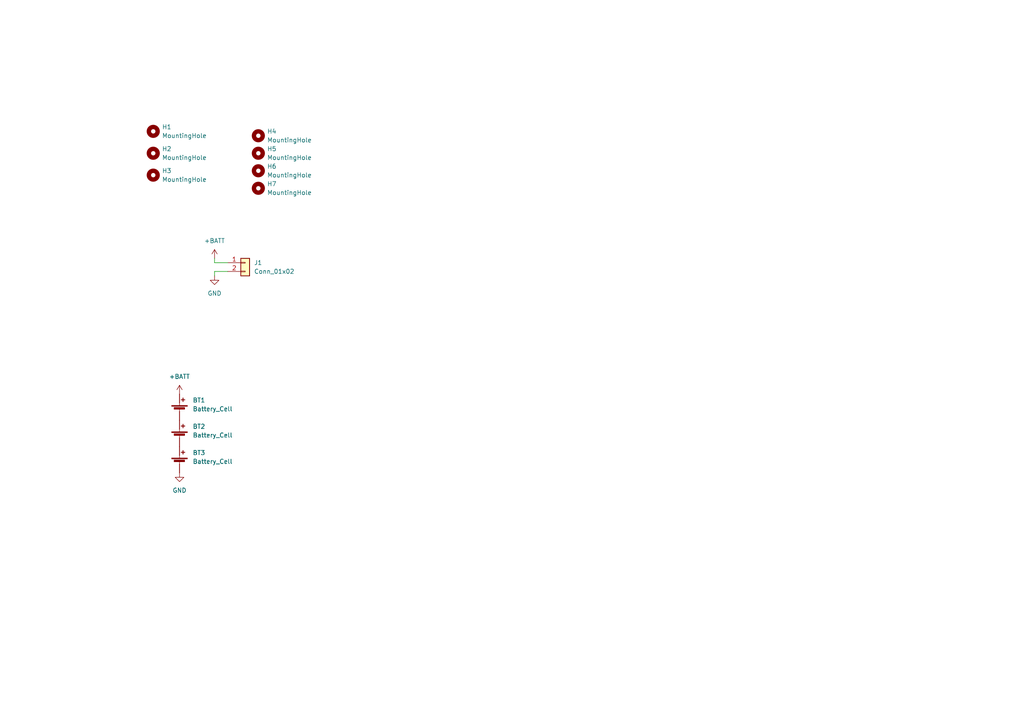
<source format=kicad_sch>
(kicad_sch (version 20211123) (generator eeschema)
  (paper "A4")
  (lib_symbols
    (symbol "Connector_Generic:Conn_01x02" (pin_names (offset 1.016) hide)
      (property "Reference" "J" (at 0 2.54 0))
      (property "Value" "Conn_01x02" (at 0 -5.08 0))
      (symbol "Conn_01x02_1_1"
        (rectangle (start -1.27 -2.413) (end 0 -2.667) (stroke (width 0.1524)))
        (rectangle (start -1.27 0.127) (end 0 -0.127) (stroke (width 0.1524)))
        (rectangle (start -1.27 1.27) (end 1.27 -3.81) (stroke (width 0.254)) (fill (type background)))
        (pin passive line (at -5.08 0 0) (length 3.81) (name "Pin_1") (number "1"))
        (pin passive line (at -5.08 -2.54 0) (length 3.81) (name "Pin_2") (number "2"))
      )
    )
    (symbol "Device:Battery_Cell" (pin_numbers hide) (pin_names (offset 0) hide)
      (property "Reference" "BT" (at 2.54 2.54 0))
      (property "Value" "Battery_Cell" (at 2.54 0 0))
      (symbol "Battery_Cell_0_1"
        (rectangle (start -2.286 1.778) (end 2.286 1.524) (fill (type outline)))
        (rectangle (start -1.5748 1.1938) (end 1.4732 0.6858) (fill (type outline)))
        (polyline (pts (xy 0 0.762) (xy 0 0)))
        (polyline (pts (xy 0 1.778) (xy 0 2.54)))
        (polyline (pts (xy 0.508 3.429) (xy 1.524 3.429)) (stroke (width 0.254)))
        (polyline (pts (xy 1.016 3.937) (xy 1.016 2.921)) (stroke (width 0.254)))
      )
      (symbol "Battery_Cell_1_1"
        (pin passive line (at 0 5.08 270) (length 2.54) (name "+") (number "1"))
        (pin passive line (at 0 -2.54 90) (length 2.54) (name "-") (number "2"))
      )
    )
    (symbol "Mechanical:MountingHole" (pin_names (offset 1.016))
      (property "Reference" "H" (at 0 5.08 0))
      (property "Value" "MountingHole" (at 0 3.175 0))
      (symbol "MountingHole_0_1"
        (circle (center 0 0) (radius 1.27) (stroke (width 1.27)))
      )
    )
    (symbol "power:+BATT" (power) (pin_names (offset 0))
      (property "Value" "+BATT" (at 0 3.556 0))
      (symbol "+BATT_0_1"
        (polyline (pts (xy -0.762 1.27) (xy 0 2.54)))
        (polyline (pts (xy 0 0) (xy 0 2.54)))
        (polyline (pts (xy 0 2.54) (xy 0.762 1.27)))
      )
      (symbol "+BATT_1_1"
        (pin power_in line (at 0 0 90) (length 0) hide (name "+BATT") (number "1"))
      )
    )
    (symbol "power:GND" (power) (pin_names (offset 0))
      (property "Value" "GND" (at 0 -3.81 0))
      (symbol "GND_0_1"
        (polyline (pts (xy 0 0) (xy 0 -1.27) (xy 1.27 -1.27) (xy 0 -2.54) (xy -1.27 -1.27) (xy 0 -1.27)))
      )
      (symbol "GND_1_1"
        (pin power_in line (at 0 0 270) (length 0) hide (name "GND") (number "1"))
      )
    )
  )
  (wire (pts (xy 62.23 78.74) (xy 62.23 80.01)))
  (wire (pts (xy 62.23 76.2) (xy 62.23 74.93)))
  (wire (pts (xy 66.04 78.74) (xy 62.23 78.74)))
  (wire (pts (xy 66.04 76.2) (xy 62.23 76.2)))
  (symbol (lib_id "power:GND") (at 52.07 137.16 0) (unit 1)
    (property "Reference" "#PWR02" (effects hide))
    (property "Value" "GND" (at 52.07 142.24 0))
  )
  (symbol (lib_id "power:+BATT") (at 62.23 74.93 0) (unit 1)
    (property "Reference" "#PWR03" (effects hide))
    (property "Value" "+BATT" (at 62.23 69.85 0))
  )
  (symbol (lib_id "Mechanical:MountingHole") (at 44.45 44.45 0) (unit 1)
    (property "Reference" "H2" (at 46.99 43.1799 0) (effects (justify left)))
    (property "Value" "MountingHole" (at 46.99 45.7199 0) (effects (justify left)))
    (property "Footprint" "MountingHole:MountingHole_4.95mm_3_16in" (effects hide))
  )
  (symbol (lib_id "Mechanical:MountingHole") (at 74.93 49.53 0) (unit 1)
    (property "Reference" "H6" (at 77.47 48.2599 0) (effects (justify left)))
    (property "Value" "MountingHole" (at 77.47 50.7999 0) (effects (justify left)))
    (property "Footprint" "MountingHole:MountingHole_2.7mm_M2.5_ISO7380" (effects hide))
  )
  (symbol (lib_id "Connector_Generic:Conn_01x02") (at 71.12 76.2 0) (unit 1)
    (property "Reference" "J1" (at 73.66 76.1999 0) (effects (justify left)))
    (property "Value" "Conn_01x02" (at 73.66 78.7399 0) (effects (justify left)))
    (property "Footprint" "Connector_JST:JST_XH_B2B-XH-AM_1x02_P2.50mm_Vertical" (effects hide))
  )
  (symbol (lib_id "Mechanical:MountingHole") (at 74.93 44.45 0) (unit 1)
    (property "Reference" "H5" (at 77.47 43.1799 0) (effects (justify left)))
    (property "Value" "MountingHole" (at 77.47 45.7199 0) (effects (justify left)))
    (property "Footprint" "MountingHole:MountingHole_2.7mm_M2.5_ISO7380" (effects hide))
  )
  (symbol (lib_id "Device:Battery_Cell") (at 52.07 127 0) (unit 1)
    (property "Reference" "BT2" (at 55.88 123.6979 0) (effects (justify left)))
    (property "Value" "Battery_Cell" (at 55.88 126.2379 0) (effects (justify left)))
    (property "Footprint" "Battery:16350_holder" (effects hide))
  )
  (symbol (lib_id "Mechanical:MountingHole") (at 44.45 38.1 0) (unit 1)
    (property "Reference" "H1" (at 46.99 36.8299 0) (effects (justify left)))
    (property "Value" "MountingHole" (at 46.99 39.3699 0) (effects (justify left)))
    (property "Footprint" "MountingHole:MountingHole_4.95mm_3_16in" (effects hide))
  )
  (symbol (lib_id "Device:Battery_Cell") (at 52.07 134.62 0) (unit 1)
    (property "Reference" "BT3" (at 55.88 131.3179 0) (effects (justify left)))
    (property "Value" "Battery_Cell" (at 55.88 133.8579 0) (effects (justify left)))
    (property "Footprint" "Battery:16350_holder" (effects hide))
  )
  (symbol (lib_id "Mechanical:MountingHole") (at 44.45 50.8 0) (unit 1)
    (property "Reference" "H3" (at 46.99 49.5299 0) (effects (justify left)))
    (property "Value" "MountingHole" (at 46.99 52.0699 0) (effects (justify left)))
    (property "Footprint" "MountingHole:MountingHole_4.95mm_3_16in" (effects hide))
  )
  (symbol (lib_id "power:+BATT") (at 52.07 114.3 0) (unit 1)
    (property "Reference" "#PWR01" (effects hide))
    (property "Value" "+BATT" (at 52.07 109.22 0))
  )
  (symbol (lib_id "Mechanical:MountingHole") (at 74.93 39.37 0) (unit 1)
    (property "Reference" "H4" (at 77.47 38.0999 0) (effects (justify left)))
    (property "Value" "MountingHole" (at 77.47 40.6399 0) (effects (justify left)))
    (property "Footprint" "MountingHole:MountingHole_2.7mm_M2.5_ISO7380" (effects hide))
  )
  (symbol (lib_id "power:GND") (at 62.23 80.01 0) (unit 1)
    (property "Reference" "#PWR04" (effects hide))
    (property "Value" "GND" (at 62.23 85.09 0))
  )
  (symbol (lib_id "Device:Battery_Cell") (at 52.07 119.38 0) (unit 1)
    (property "Reference" "BT1" (at 55.88 116.0779 0) (effects (justify left)))
    (property "Value" "Battery_Cell" (at 55.88 118.6179 0) (effects (justify left)))
    (property "Footprint" "Battery:16350_holder" (effects hide))
  )
  (symbol (lib_id "Mechanical:MountingHole") (at 74.93 54.61 0) (unit 1)
    (property "Reference" "H7" (at 77.47 53.3399 0) (effects (justify left)))
    (property "Value" "MountingHole" (at 77.47 55.8799 0) (effects (justify left)))
    (property "Footprint" "MountingHole:MountingHole_2.7mm_M2.5_ISO7380" (effects hide))
  )
)
</source>
